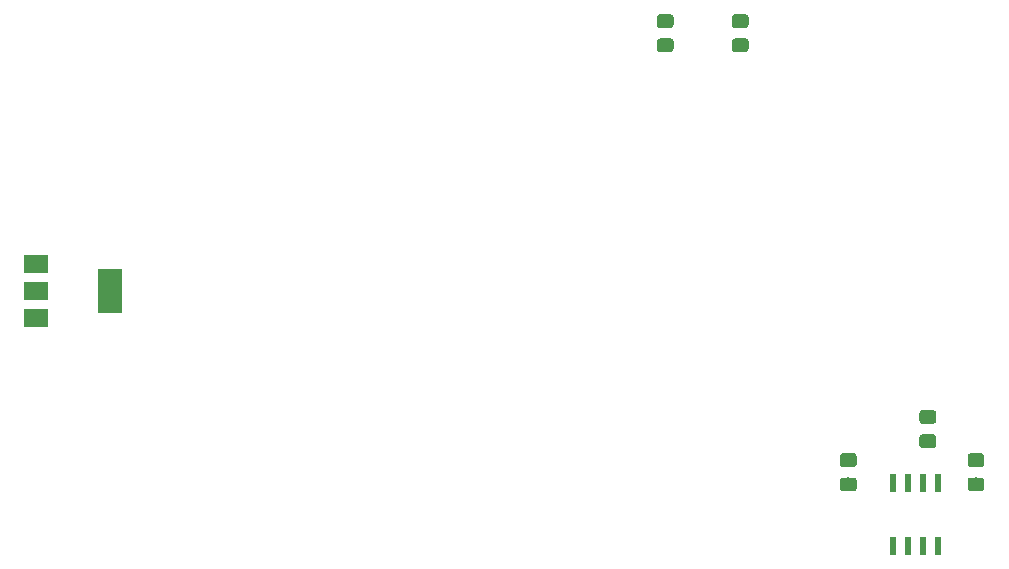
<source format=gbr>
G04 #@! TF.GenerationSoftware,KiCad,Pcbnew,(5.0.0)*
G04 #@! TF.CreationDate,2018-09-10T10:35:59+01:00*
G04 #@! TF.ProjectId,AquaHub,417175614875622E6B696361645F7063,rev?*
G04 #@! TF.SameCoordinates,Original*
G04 #@! TF.FileFunction,Paste,Top*
G04 #@! TF.FilePolarity,Positive*
%FSLAX46Y46*%
G04 Gerber Fmt 4.6, Leading zero omitted, Abs format (unit mm)*
G04 Created by KiCad (PCBNEW (5.0.0)) date 09/10/18 10:35:59*
%MOMM*%
%LPD*%
G01*
G04 APERTURE LIST*
%ADD10C,0.100000*%
%ADD11C,1.150000*%
%ADD12R,2.000000X1.500000*%
%ADD13R,2.000000X3.800000*%
%ADD14R,0.600000X1.550000*%
G04 APERTURE END LIST*
D10*
G04 #@! TO.C,R3*
G36*
X149699505Y-80216204D02*
X149723773Y-80219804D01*
X149747572Y-80225765D01*
X149770671Y-80234030D01*
X149792850Y-80244520D01*
X149813893Y-80257132D01*
X149833599Y-80271747D01*
X149851777Y-80288223D01*
X149868253Y-80306401D01*
X149882868Y-80326107D01*
X149895480Y-80347150D01*
X149905970Y-80369329D01*
X149914235Y-80392428D01*
X149920196Y-80416227D01*
X149923796Y-80440495D01*
X149925000Y-80464999D01*
X149925000Y-81115001D01*
X149923796Y-81139505D01*
X149920196Y-81163773D01*
X149914235Y-81187572D01*
X149905970Y-81210671D01*
X149895480Y-81232850D01*
X149882868Y-81253893D01*
X149868253Y-81273599D01*
X149851777Y-81291777D01*
X149833599Y-81308253D01*
X149813893Y-81322868D01*
X149792850Y-81335480D01*
X149770671Y-81345970D01*
X149747572Y-81354235D01*
X149723773Y-81360196D01*
X149699505Y-81363796D01*
X149675001Y-81365000D01*
X148774999Y-81365000D01*
X148750495Y-81363796D01*
X148726227Y-81360196D01*
X148702428Y-81354235D01*
X148679329Y-81345970D01*
X148657150Y-81335480D01*
X148636107Y-81322868D01*
X148616401Y-81308253D01*
X148598223Y-81291777D01*
X148581747Y-81273599D01*
X148567132Y-81253893D01*
X148554520Y-81232850D01*
X148544030Y-81210671D01*
X148535765Y-81187572D01*
X148529804Y-81163773D01*
X148526204Y-81139505D01*
X148525000Y-81115001D01*
X148525000Y-80464999D01*
X148526204Y-80440495D01*
X148529804Y-80416227D01*
X148535765Y-80392428D01*
X148544030Y-80369329D01*
X148554520Y-80347150D01*
X148567132Y-80326107D01*
X148581747Y-80306401D01*
X148598223Y-80288223D01*
X148616401Y-80271747D01*
X148636107Y-80257132D01*
X148657150Y-80244520D01*
X148679329Y-80234030D01*
X148702428Y-80225765D01*
X148726227Y-80219804D01*
X148750495Y-80216204D01*
X148774999Y-80215000D01*
X149675001Y-80215000D01*
X149699505Y-80216204D01*
X149699505Y-80216204D01*
G37*
D11*
X149225000Y-80790000D03*
D10*
G36*
X149699505Y-78166204D02*
X149723773Y-78169804D01*
X149747572Y-78175765D01*
X149770671Y-78184030D01*
X149792850Y-78194520D01*
X149813893Y-78207132D01*
X149833599Y-78221747D01*
X149851777Y-78238223D01*
X149868253Y-78256401D01*
X149882868Y-78276107D01*
X149895480Y-78297150D01*
X149905970Y-78319329D01*
X149914235Y-78342428D01*
X149920196Y-78366227D01*
X149923796Y-78390495D01*
X149925000Y-78414999D01*
X149925000Y-79065001D01*
X149923796Y-79089505D01*
X149920196Y-79113773D01*
X149914235Y-79137572D01*
X149905970Y-79160671D01*
X149895480Y-79182850D01*
X149882868Y-79203893D01*
X149868253Y-79223599D01*
X149851777Y-79241777D01*
X149833599Y-79258253D01*
X149813893Y-79272868D01*
X149792850Y-79285480D01*
X149770671Y-79295970D01*
X149747572Y-79304235D01*
X149723773Y-79310196D01*
X149699505Y-79313796D01*
X149675001Y-79315000D01*
X148774999Y-79315000D01*
X148750495Y-79313796D01*
X148726227Y-79310196D01*
X148702428Y-79304235D01*
X148679329Y-79295970D01*
X148657150Y-79285480D01*
X148636107Y-79272868D01*
X148616401Y-79258253D01*
X148598223Y-79241777D01*
X148581747Y-79223599D01*
X148567132Y-79203893D01*
X148554520Y-79182850D01*
X148544030Y-79160671D01*
X148535765Y-79137572D01*
X148529804Y-79113773D01*
X148526204Y-79089505D01*
X148525000Y-79065001D01*
X148525000Y-78414999D01*
X148526204Y-78390495D01*
X148529804Y-78366227D01*
X148535765Y-78342428D01*
X148544030Y-78319329D01*
X148554520Y-78297150D01*
X148567132Y-78276107D01*
X148581747Y-78256401D01*
X148598223Y-78238223D01*
X148616401Y-78221747D01*
X148636107Y-78207132D01*
X148657150Y-78194520D01*
X148679329Y-78184030D01*
X148702428Y-78175765D01*
X148726227Y-78169804D01*
X148750495Y-78166204D01*
X148774999Y-78165000D01*
X149675001Y-78165000D01*
X149699505Y-78166204D01*
X149699505Y-78166204D01*
G37*
D11*
X149225000Y-78740000D03*
G04 #@! TD*
D12*
G04 #@! TO.C,U3*
X89585000Y-99300000D03*
X89585000Y-103900000D03*
X89585000Y-101600000D03*
D13*
X95885000Y-101600000D03*
G04 #@! TD*
D14*
G04 #@! TO.C,U2*
X162187979Y-117809195D03*
X163457979Y-117809195D03*
X164727979Y-117809195D03*
X165997979Y-117809195D03*
X165997979Y-123209195D03*
X164727979Y-123209195D03*
X163457979Y-123209195D03*
X162187979Y-123209195D03*
G04 #@! TD*
D10*
G04 #@! TO.C,C1*
G36*
X169647484Y-117390399D02*
X169671752Y-117393999D01*
X169695551Y-117399960D01*
X169718650Y-117408225D01*
X169740829Y-117418715D01*
X169761872Y-117431327D01*
X169781578Y-117445942D01*
X169799756Y-117462418D01*
X169816232Y-117480596D01*
X169830847Y-117500302D01*
X169843459Y-117521345D01*
X169853949Y-117543524D01*
X169862214Y-117566623D01*
X169868175Y-117590422D01*
X169871775Y-117614690D01*
X169872979Y-117639194D01*
X169872979Y-118289196D01*
X169871775Y-118313700D01*
X169868175Y-118337968D01*
X169862214Y-118361767D01*
X169853949Y-118384866D01*
X169843459Y-118407045D01*
X169830847Y-118428088D01*
X169816232Y-118447794D01*
X169799756Y-118465972D01*
X169781578Y-118482448D01*
X169761872Y-118497063D01*
X169740829Y-118509675D01*
X169718650Y-118520165D01*
X169695551Y-118528430D01*
X169671752Y-118534391D01*
X169647484Y-118537991D01*
X169622980Y-118539195D01*
X168722978Y-118539195D01*
X168698474Y-118537991D01*
X168674206Y-118534391D01*
X168650407Y-118528430D01*
X168627308Y-118520165D01*
X168605129Y-118509675D01*
X168584086Y-118497063D01*
X168564380Y-118482448D01*
X168546202Y-118465972D01*
X168529726Y-118447794D01*
X168515111Y-118428088D01*
X168502499Y-118407045D01*
X168492009Y-118384866D01*
X168483744Y-118361767D01*
X168477783Y-118337968D01*
X168474183Y-118313700D01*
X168472979Y-118289196D01*
X168472979Y-117639194D01*
X168474183Y-117614690D01*
X168477783Y-117590422D01*
X168483744Y-117566623D01*
X168492009Y-117543524D01*
X168502499Y-117521345D01*
X168515111Y-117500302D01*
X168529726Y-117480596D01*
X168546202Y-117462418D01*
X168564380Y-117445942D01*
X168584086Y-117431327D01*
X168605129Y-117418715D01*
X168627308Y-117408225D01*
X168650407Y-117399960D01*
X168674206Y-117393999D01*
X168698474Y-117390399D01*
X168722978Y-117389195D01*
X169622980Y-117389195D01*
X169647484Y-117390399D01*
X169647484Y-117390399D01*
G37*
D11*
X169172979Y-117964195D03*
D10*
G36*
X169647484Y-115340399D02*
X169671752Y-115343999D01*
X169695551Y-115349960D01*
X169718650Y-115358225D01*
X169740829Y-115368715D01*
X169761872Y-115381327D01*
X169781578Y-115395942D01*
X169799756Y-115412418D01*
X169816232Y-115430596D01*
X169830847Y-115450302D01*
X169843459Y-115471345D01*
X169853949Y-115493524D01*
X169862214Y-115516623D01*
X169868175Y-115540422D01*
X169871775Y-115564690D01*
X169872979Y-115589194D01*
X169872979Y-116239196D01*
X169871775Y-116263700D01*
X169868175Y-116287968D01*
X169862214Y-116311767D01*
X169853949Y-116334866D01*
X169843459Y-116357045D01*
X169830847Y-116378088D01*
X169816232Y-116397794D01*
X169799756Y-116415972D01*
X169781578Y-116432448D01*
X169761872Y-116447063D01*
X169740829Y-116459675D01*
X169718650Y-116470165D01*
X169695551Y-116478430D01*
X169671752Y-116484391D01*
X169647484Y-116487991D01*
X169622980Y-116489195D01*
X168722978Y-116489195D01*
X168698474Y-116487991D01*
X168674206Y-116484391D01*
X168650407Y-116478430D01*
X168627308Y-116470165D01*
X168605129Y-116459675D01*
X168584086Y-116447063D01*
X168564380Y-116432448D01*
X168546202Y-116415972D01*
X168529726Y-116397794D01*
X168515111Y-116378088D01*
X168502499Y-116357045D01*
X168492009Y-116334866D01*
X168483744Y-116311767D01*
X168477783Y-116287968D01*
X168474183Y-116263700D01*
X168472979Y-116239196D01*
X168472979Y-115589194D01*
X168474183Y-115564690D01*
X168477783Y-115540422D01*
X168483744Y-115516623D01*
X168492009Y-115493524D01*
X168502499Y-115471345D01*
X168515111Y-115450302D01*
X168529726Y-115430596D01*
X168546202Y-115412418D01*
X168564380Y-115395942D01*
X168584086Y-115381327D01*
X168605129Y-115368715D01*
X168627308Y-115358225D01*
X168650407Y-115349960D01*
X168674206Y-115343999D01*
X168698474Y-115340399D01*
X168722978Y-115339195D01*
X169622980Y-115339195D01*
X169647484Y-115340399D01*
X169647484Y-115340399D01*
G37*
D11*
X169172979Y-115914195D03*
G04 #@! TD*
D10*
G04 #@! TO.C,C2*
G36*
X158852484Y-115340399D02*
X158876752Y-115343999D01*
X158900551Y-115349960D01*
X158923650Y-115358225D01*
X158945829Y-115368715D01*
X158966872Y-115381327D01*
X158986578Y-115395942D01*
X159004756Y-115412418D01*
X159021232Y-115430596D01*
X159035847Y-115450302D01*
X159048459Y-115471345D01*
X159058949Y-115493524D01*
X159067214Y-115516623D01*
X159073175Y-115540422D01*
X159076775Y-115564690D01*
X159077979Y-115589194D01*
X159077979Y-116239196D01*
X159076775Y-116263700D01*
X159073175Y-116287968D01*
X159067214Y-116311767D01*
X159058949Y-116334866D01*
X159048459Y-116357045D01*
X159035847Y-116378088D01*
X159021232Y-116397794D01*
X159004756Y-116415972D01*
X158986578Y-116432448D01*
X158966872Y-116447063D01*
X158945829Y-116459675D01*
X158923650Y-116470165D01*
X158900551Y-116478430D01*
X158876752Y-116484391D01*
X158852484Y-116487991D01*
X158827980Y-116489195D01*
X157927978Y-116489195D01*
X157903474Y-116487991D01*
X157879206Y-116484391D01*
X157855407Y-116478430D01*
X157832308Y-116470165D01*
X157810129Y-116459675D01*
X157789086Y-116447063D01*
X157769380Y-116432448D01*
X157751202Y-116415972D01*
X157734726Y-116397794D01*
X157720111Y-116378088D01*
X157707499Y-116357045D01*
X157697009Y-116334866D01*
X157688744Y-116311767D01*
X157682783Y-116287968D01*
X157679183Y-116263700D01*
X157677979Y-116239196D01*
X157677979Y-115589194D01*
X157679183Y-115564690D01*
X157682783Y-115540422D01*
X157688744Y-115516623D01*
X157697009Y-115493524D01*
X157707499Y-115471345D01*
X157720111Y-115450302D01*
X157734726Y-115430596D01*
X157751202Y-115412418D01*
X157769380Y-115395942D01*
X157789086Y-115381327D01*
X157810129Y-115368715D01*
X157832308Y-115358225D01*
X157855407Y-115349960D01*
X157879206Y-115343999D01*
X157903474Y-115340399D01*
X157927978Y-115339195D01*
X158827980Y-115339195D01*
X158852484Y-115340399D01*
X158852484Y-115340399D01*
G37*
D11*
X158377979Y-115914195D03*
D10*
G36*
X158852484Y-117390399D02*
X158876752Y-117393999D01*
X158900551Y-117399960D01*
X158923650Y-117408225D01*
X158945829Y-117418715D01*
X158966872Y-117431327D01*
X158986578Y-117445942D01*
X159004756Y-117462418D01*
X159021232Y-117480596D01*
X159035847Y-117500302D01*
X159048459Y-117521345D01*
X159058949Y-117543524D01*
X159067214Y-117566623D01*
X159073175Y-117590422D01*
X159076775Y-117614690D01*
X159077979Y-117639194D01*
X159077979Y-118289196D01*
X159076775Y-118313700D01*
X159073175Y-118337968D01*
X159067214Y-118361767D01*
X159058949Y-118384866D01*
X159048459Y-118407045D01*
X159035847Y-118428088D01*
X159021232Y-118447794D01*
X159004756Y-118465972D01*
X158986578Y-118482448D01*
X158966872Y-118497063D01*
X158945829Y-118509675D01*
X158923650Y-118520165D01*
X158900551Y-118528430D01*
X158876752Y-118534391D01*
X158852484Y-118537991D01*
X158827980Y-118539195D01*
X157927978Y-118539195D01*
X157903474Y-118537991D01*
X157879206Y-118534391D01*
X157855407Y-118528430D01*
X157832308Y-118520165D01*
X157810129Y-118509675D01*
X157789086Y-118497063D01*
X157769380Y-118482448D01*
X157751202Y-118465972D01*
X157734726Y-118447794D01*
X157720111Y-118428088D01*
X157707499Y-118407045D01*
X157697009Y-118384866D01*
X157688744Y-118361767D01*
X157682783Y-118337968D01*
X157679183Y-118313700D01*
X157677979Y-118289196D01*
X157677979Y-117639194D01*
X157679183Y-117614690D01*
X157682783Y-117590422D01*
X157688744Y-117566623D01*
X157697009Y-117543524D01*
X157707499Y-117521345D01*
X157720111Y-117500302D01*
X157734726Y-117480596D01*
X157751202Y-117462418D01*
X157769380Y-117445942D01*
X157789086Y-117431327D01*
X157810129Y-117418715D01*
X157832308Y-117408225D01*
X157855407Y-117399960D01*
X157879206Y-117393999D01*
X157903474Y-117390399D01*
X157927978Y-117389195D01*
X158827980Y-117389195D01*
X158852484Y-117390399D01*
X158852484Y-117390399D01*
G37*
D11*
X158377979Y-117964195D03*
G04 #@! TD*
D10*
G04 #@! TO.C,R1*
G36*
X165574505Y-113735399D02*
X165598773Y-113738999D01*
X165622572Y-113744960D01*
X165645671Y-113753225D01*
X165667850Y-113763715D01*
X165688893Y-113776327D01*
X165708599Y-113790942D01*
X165726777Y-113807418D01*
X165743253Y-113825596D01*
X165757868Y-113845302D01*
X165770480Y-113866345D01*
X165780970Y-113888524D01*
X165789235Y-113911623D01*
X165795196Y-113935422D01*
X165798796Y-113959690D01*
X165800000Y-113984194D01*
X165800000Y-114634196D01*
X165798796Y-114658700D01*
X165795196Y-114682968D01*
X165789235Y-114706767D01*
X165780970Y-114729866D01*
X165770480Y-114752045D01*
X165757868Y-114773088D01*
X165743253Y-114792794D01*
X165726777Y-114810972D01*
X165708599Y-114827448D01*
X165688893Y-114842063D01*
X165667850Y-114854675D01*
X165645671Y-114865165D01*
X165622572Y-114873430D01*
X165598773Y-114879391D01*
X165574505Y-114882991D01*
X165550001Y-114884195D01*
X164649999Y-114884195D01*
X164625495Y-114882991D01*
X164601227Y-114879391D01*
X164577428Y-114873430D01*
X164554329Y-114865165D01*
X164532150Y-114854675D01*
X164511107Y-114842063D01*
X164491401Y-114827448D01*
X164473223Y-114810972D01*
X164456747Y-114792794D01*
X164442132Y-114773088D01*
X164429520Y-114752045D01*
X164419030Y-114729866D01*
X164410765Y-114706767D01*
X164404804Y-114682968D01*
X164401204Y-114658700D01*
X164400000Y-114634196D01*
X164400000Y-113984194D01*
X164401204Y-113959690D01*
X164404804Y-113935422D01*
X164410765Y-113911623D01*
X164419030Y-113888524D01*
X164429520Y-113866345D01*
X164442132Y-113845302D01*
X164456747Y-113825596D01*
X164473223Y-113807418D01*
X164491401Y-113790942D01*
X164511107Y-113776327D01*
X164532150Y-113763715D01*
X164554329Y-113753225D01*
X164577428Y-113744960D01*
X164601227Y-113738999D01*
X164625495Y-113735399D01*
X164649999Y-113734195D01*
X165550001Y-113734195D01*
X165574505Y-113735399D01*
X165574505Y-113735399D01*
G37*
D11*
X165100000Y-114309195D03*
D10*
G36*
X165574505Y-111685399D02*
X165598773Y-111688999D01*
X165622572Y-111694960D01*
X165645671Y-111703225D01*
X165667850Y-111713715D01*
X165688893Y-111726327D01*
X165708599Y-111740942D01*
X165726777Y-111757418D01*
X165743253Y-111775596D01*
X165757868Y-111795302D01*
X165770480Y-111816345D01*
X165780970Y-111838524D01*
X165789235Y-111861623D01*
X165795196Y-111885422D01*
X165798796Y-111909690D01*
X165800000Y-111934194D01*
X165800000Y-112584196D01*
X165798796Y-112608700D01*
X165795196Y-112632968D01*
X165789235Y-112656767D01*
X165780970Y-112679866D01*
X165770480Y-112702045D01*
X165757868Y-112723088D01*
X165743253Y-112742794D01*
X165726777Y-112760972D01*
X165708599Y-112777448D01*
X165688893Y-112792063D01*
X165667850Y-112804675D01*
X165645671Y-112815165D01*
X165622572Y-112823430D01*
X165598773Y-112829391D01*
X165574505Y-112832991D01*
X165550001Y-112834195D01*
X164649999Y-112834195D01*
X164625495Y-112832991D01*
X164601227Y-112829391D01*
X164577428Y-112823430D01*
X164554329Y-112815165D01*
X164532150Y-112804675D01*
X164511107Y-112792063D01*
X164491401Y-112777448D01*
X164473223Y-112760972D01*
X164456747Y-112742794D01*
X164442132Y-112723088D01*
X164429520Y-112702045D01*
X164419030Y-112679866D01*
X164410765Y-112656767D01*
X164404804Y-112632968D01*
X164401204Y-112608700D01*
X164400000Y-112584196D01*
X164400000Y-111934194D01*
X164401204Y-111909690D01*
X164404804Y-111885422D01*
X164410765Y-111861623D01*
X164419030Y-111838524D01*
X164429520Y-111816345D01*
X164442132Y-111795302D01*
X164456747Y-111775596D01*
X164473223Y-111757418D01*
X164491401Y-111740942D01*
X164511107Y-111726327D01*
X164532150Y-111713715D01*
X164554329Y-111703225D01*
X164577428Y-111694960D01*
X164601227Y-111688999D01*
X164625495Y-111685399D01*
X164649999Y-111684195D01*
X165550001Y-111684195D01*
X165574505Y-111685399D01*
X165574505Y-111685399D01*
G37*
D11*
X165100000Y-112259195D03*
G04 #@! TD*
D10*
G04 #@! TO.C,R2*
G36*
X143349505Y-78166204D02*
X143373773Y-78169804D01*
X143397572Y-78175765D01*
X143420671Y-78184030D01*
X143442850Y-78194520D01*
X143463893Y-78207132D01*
X143483599Y-78221747D01*
X143501777Y-78238223D01*
X143518253Y-78256401D01*
X143532868Y-78276107D01*
X143545480Y-78297150D01*
X143555970Y-78319329D01*
X143564235Y-78342428D01*
X143570196Y-78366227D01*
X143573796Y-78390495D01*
X143575000Y-78414999D01*
X143575000Y-79065001D01*
X143573796Y-79089505D01*
X143570196Y-79113773D01*
X143564235Y-79137572D01*
X143555970Y-79160671D01*
X143545480Y-79182850D01*
X143532868Y-79203893D01*
X143518253Y-79223599D01*
X143501777Y-79241777D01*
X143483599Y-79258253D01*
X143463893Y-79272868D01*
X143442850Y-79285480D01*
X143420671Y-79295970D01*
X143397572Y-79304235D01*
X143373773Y-79310196D01*
X143349505Y-79313796D01*
X143325001Y-79315000D01*
X142424999Y-79315000D01*
X142400495Y-79313796D01*
X142376227Y-79310196D01*
X142352428Y-79304235D01*
X142329329Y-79295970D01*
X142307150Y-79285480D01*
X142286107Y-79272868D01*
X142266401Y-79258253D01*
X142248223Y-79241777D01*
X142231747Y-79223599D01*
X142217132Y-79203893D01*
X142204520Y-79182850D01*
X142194030Y-79160671D01*
X142185765Y-79137572D01*
X142179804Y-79113773D01*
X142176204Y-79089505D01*
X142175000Y-79065001D01*
X142175000Y-78414999D01*
X142176204Y-78390495D01*
X142179804Y-78366227D01*
X142185765Y-78342428D01*
X142194030Y-78319329D01*
X142204520Y-78297150D01*
X142217132Y-78276107D01*
X142231747Y-78256401D01*
X142248223Y-78238223D01*
X142266401Y-78221747D01*
X142286107Y-78207132D01*
X142307150Y-78194520D01*
X142329329Y-78184030D01*
X142352428Y-78175765D01*
X142376227Y-78169804D01*
X142400495Y-78166204D01*
X142424999Y-78165000D01*
X143325001Y-78165000D01*
X143349505Y-78166204D01*
X143349505Y-78166204D01*
G37*
D11*
X142875000Y-78740000D03*
D10*
G36*
X143349505Y-80216204D02*
X143373773Y-80219804D01*
X143397572Y-80225765D01*
X143420671Y-80234030D01*
X143442850Y-80244520D01*
X143463893Y-80257132D01*
X143483599Y-80271747D01*
X143501777Y-80288223D01*
X143518253Y-80306401D01*
X143532868Y-80326107D01*
X143545480Y-80347150D01*
X143555970Y-80369329D01*
X143564235Y-80392428D01*
X143570196Y-80416227D01*
X143573796Y-80440495D01*
X143575000Y-80464999D01*
X143575000Y-81115001D01*
X143573796Y-81139505D01*
X143570196Y-81163773D01*
X143564235Y-81187572D01*
X143555970Y-81210671D01*
X143545480Y-81232850D01*
X143532868Y-81253893D01*
X143518253Y-81273599D01*
X143501777Y-81291777D01*
X143483599Y-81308253D01*
X143463893Y-81322868D01*
X143442850Y-81335480D01*
X143420671Y-81345970D01*
X143397572Y-81354235D01*
X143373773Y-81360196D01*
X143349505Y-81363796D01*
X143325001Y-81365000D01*
X142424999Y-81365000D01*
X142400495Y-81363796D01*
X142376227Y-81360196D01*
X142352428Y-81354235D01*
X142329329Y-81345970D01*
X142307150Y-81335480D01*
X142286107Y-81322868D01*
X142266401Y-81308253D01*
X142248223Y-81291777D01*
X142231747Y-81273599D01*
X142217132Y-81253893D01*
X142204520Y-81232850D01*
X142194030Y-81210671D01*
X142185765Y-81187572D01*
X142179804Y-81163773D01*
X142176204Y-81139505D01*
X142175000Y-81115001D01*
X142175000Y-80464999D01*
X142176204Y-80440495D01*
X142179804Y-80416227D01*
X142185765Y-80392428D01*
X142194030Y-80369329D01*
X142204520Y-80347150D01*
X142217132Y-80326107D01*
X142231747Y-80306401D01*
X142248223Y-80288223D01*
X142266401Y-80271747D01*
X142286107Y-80257132D01*
X142307150Y-80244520D01*
X142329329Y-80234030D01*
X142352428Y-80225765D01*
X142376227Y-80219804D01*
X142400495Y-80216204D01*
X142424999Y-80215000D01*
X143325001Y-80215000D01*
X143349505Y-80216204D01*
X143349505Y-80216204D01*
G37*
D11*
X142875000Y-80790000D03*
G04 #@! TD*
M02*

</source>
